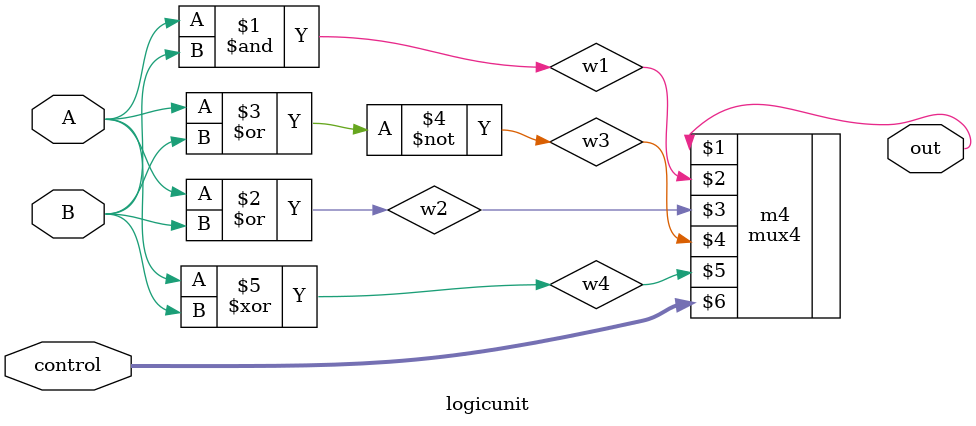
<source format=v>
module logicunit(out, A, B, control);
    output      out;
    input       A, B;
    input [1:0] control;
    wire 	w1, w2, w3, w4;
   
   and a1(w1, A, B);
   or o1(w2, A, B);
   nor n1(w3, A, B);
   xor x1(w4, A, B);

   mux4 m4(out, w1, w2, w3, w4, control);
   

   
endmodule // logicunit

</source>
